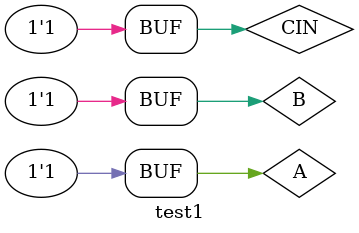
<source format=v>
`timescale 1ns / 1ps


module test1;
    wire S, COUT;
    reg A, B, CIN;
    smux1 U0(.s(S), .cout(COUT), .a(A), .b(B), .cin(CIN));
    initial
    begin
        A = 0; B = 0; CIN = 0;
        #10 A = 0; B = 0; CIN = 1;
        #10 A = 0; B = 1; CIN = 0;
        #10 A = 0; B = 1; CIN = 1;
        #10 A = 1; B = 0; CIN = 0;
        #10 A = 1; B = 0; CIN = 1;
        #10 A = 1; B = 1; CIN = 0;
        #10 A = 1; B = 1; CIN = 1;
    end
endmodule


</source>
